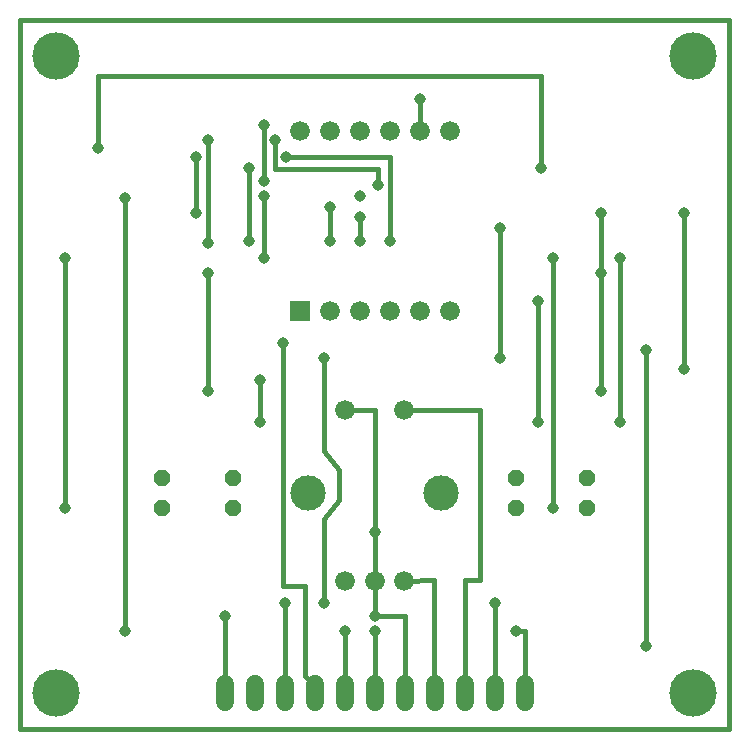
<source format=gtl>
G75*
%MOIN*%
%OFA0B0*%
%FSLAX25Y25*%
%IPPOS*%
%LPD*%
%AMOC8*
5,1,8,0,0,1.08239X$1,22.5*
%
%ADD10C,0.01600*%
%ADD11C,0.06600*%
%ADD12C,0.11811*%
%ADD13R,0.06600X0.06600*%
%ADD14OC8,0.05200*%
%ADD15C,0.06000*%
%ADD16C,0.03839*%
%ADD17C,0.15811*%
D10*
X0001800Y0001800D02*
X0001800Y0238020D01*
X0238020Y0238020D01*
X0238020Y0001800D01*
X0001800Y0001800D01*
X0036800Y0034300D02*
X0036800Y0178591D01*
X0027830Y0195550D02*
X0027830Y0219300D01*
X0175300Y0219300D01*
X0175300Y0188591D01*
X0161800Y0168591D02*
X0161800Y0125550D01*
X0154910Y0108099D02*
X0154910Y0051269D01*
X0149940Y0051269D01*
X0149940Y0013739D01*
X0159940Y0013739D02*
X0159940Y0036770D01*
X0159910Y0043857D01*
X0167154Y0034300D02*
X0169940Y0034300D01*
X0169940Y0013739D01*
X0139782Y0016239D02*
X0139753Y0051269D01*
X0129753Y0051013D01*
X0119910Y0051013D02*
X0119910Y0039300D01*
X0129940Y0039300D01*
X0129940Y0013739D01*
X0119910Y0014251D02*
X0119910Y0034300D01*
X0109910Y0034300D02*
X0109910Y0013611D01*
X0099910Y0013611D02*
X0099910Y0016800D01*
X0096800Y0019300D01*
X0096800Y0049300D01*
X0089300Y0049300D01*
X0089300Y0130550D01*
X0081800Y0118050D02*
X0081800Y0103965D01*
X0064300Y0114300D02*
X0064300Y0153591D01*
X0064300Y0163591D02*
X0064300Y0198050D01*
X0060550Y0192351D02*
X0060550Y0173591D01*
X0078050Y0164300D02*
X0078050Y0188591D01*
X0083050Y0184300D02*
X0083050Y0203050D01*
X0086800Y0198050D02*
X0086800Y0188414D01*
X0121091Y0188414D01*
X0121091Y0183050D01*
X0124910Y0192351D02*
X0124910Y0164398D01*
X0114930Y0164398D02*
X0114930Y0172272D01*
X0104910Y0169300D02*
X0104910Y0164398D01*
X0104910Y0169300D02*
X0104910Y0169300D01*
X0104910Y0175816D01*
X0090550Y0192351D02*
X0124910Y0192351D01*
X0134910Y0201091D02*
X0134910Y0211800D01*
X0083050Y0179359D02*
X0083050Y0158591D01*
X0103050Y0125550D02*
X0103050Y0094300D01*
X0108050Y0088050D01*
X0108050Y0078050D01*
X0103050Y0071800D01*
X0103050Y0043857D01*
X0089910Y0043857D02*
X0089910Y0013611D01*
X0069910Y0013611D02*
X0069910Y0039300D01*
X0119910Y0051013D02*
X0119910Y0067410D01*
X0119910Y0108097D01*
X0110068Y0108097D01*
X0129753Y0108099D02*
X0154910Y0108099D01*
X0174300Y0103965D02*
X0174300Y0144300D01*
X0179300Y0158591D02*
X0179300Y0075540D01*
X0201800Y0103965D02*
X0201800Y0158591D01*
X0195550Y0153572D02*
X0195550Y0114300D01*
X0210550Y0128050D02*
X0210550Y0029300D01*
X0223050Y0121800D02*
X0223050Y0173591D01*
X0195550Y0173591D02*
X0195550Y0153572D01*
X0016800Y0158591D02*
X0016800Y0075550D01*
D11*
X0104910Y0141091D03*
X0114910Y0141091D03*
X0124910Y0141091D03*
X0134910Y0141091D03*
X0144910Y0141091D03*
X0129753Y0108099D03*
X0110068Y0108099D03*
X0110068Y0051013D03*
X0119910Y0051013D03*
X0129753Y0051013D03*
X0124910Y0201091D03*
X0134910Y0201091D03*
X0144910Y0201091D03*
X0114910Y0201091D03*
X0104910Y0201091D03*
X0094910Y0201091D03*
D12*
X0097863Y0080540D03*
X0141957Y0080540D03*
D13*
X0094910Y0141091D03*
D14*
X0072666Y0085540D03*
X0072666Y0075540D03*
X0049044Y0075540D03*
X0049044Y0085540D03*
X0167154Y0085540D03*
X0167154Y0075540D03*
X0190776Y0075540D03*
X0190776Y0085540D03*
D15*
X0169940Y0016739D02*
X0169940Y0010739D01*
X0159940Y0010739D02*
X0159940Y0016739D01*
X0149940Y0016739D02*
X0149940Y0010739D01*
X0139940Y0010739D02*
X0139940Y0016739D01*
X0129940Y0016739D02*
X0129940Y0010739D01*
X0119910Y0010611D02*
X0119910Y0016611D01*
X0109910Y0016611D02*
X0109910Y0010611D01*
X0099910Y0010611D02*
X0099910Y0016611D01*
X0089910Y0016611D02*
X0089910Y0010611D01*
X0079910Y0010611D02*
X0079910Y0016611D01*
X0069910Y0016611D02*
X0069910Y0010611D01*
D16*
X0069910Y0039300D03*
X0089910Y0043857D03*
X0103050Y0043857D03*
X0109910Y0034300D03*
X0119910Y0034300D03*
X0119910Y0039300D03*
X0119910Y0067410D03*
X0081800Y0103965D03*
X0081800Y0118050D03*
X0089300Y0130550D03*
X0103050Y0125550D03*
X0083050Y0158591D03*
X0078050Y0164300D03*
X0064300Y0163591D03*
X0064300Y0153591D03*
X0060550Y0173591D03*
X0078050Y0188591D03*
X0083050Y0184300D03*
X0083050Y0179359D03*
X0090550Y0192351D03*
X0086800Y0198050D03*
X0083050Y0203050D03*
X0064300Y0198050D03*
X0060550Y0192351D03*
X0036800Y0178591D03*
X0027830Y0195550D03*
X0016800Y0158591D03*
X0064300Y0114300D03*
X0016800Y0075550D03*
X0036800Y0034300D03*
X0159910Y0043857D03*
X0167154Y0034300D03*
X0179300Y0075540D03*
X0174300Y0103965D03*
X0195550Y0114300D03*
X0201800Y0103965D03*
X0223050Y0121800D03*
X0210550Y0128050D03*
X0195550Y0153572D03*
X0201800Y0158591D03*
X0195550Y0173591D03*
X0179300Y0158591D03*
X0174300Y0144300D03*
X0161800Y0125550D03*
X0124910Y0164398D03*
X0114930Y0164398D03*
X0114930Y0172272D03*
X0114910Y0179359D03*
X0121091Y0183050D03*
X0104910Y0175816D03*
X0104910Y0164398D03*
X0134910Y0211800D03*
X0175300Y0188591D03*
X0161800Y0168591D03*
X0223050Y0173591D03*
X0210550Y0029300D03*
D17*
X0226209Y0013611D03*
X0013611Y0013611D03*
X0013611Y0226209D03*
X0226209Y0226209D03*
M02*

</source>
